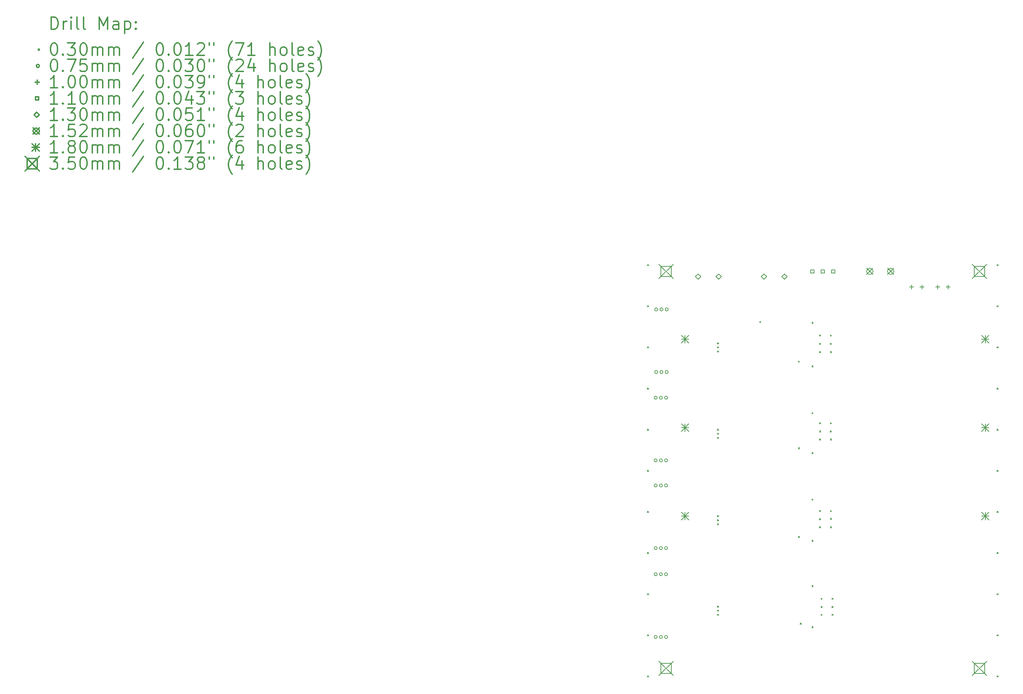
<source format=gbr>
%FSLAX45Y45*%
G04 Gerber Fmt 4.5, Leading zero omitted, Abs format (unit mm)*
G04 Created by KiCad (PCBNEW 5.1.5+dfsg1-2build2) date 2022-06-14 14:00:26*
%MOMM*%
%LPD*%
G04 APERTURE LIST*
%ADD10C,0.200000*%
%ADD11C,0.300000*%
G04 APERTURE END LIST*
D10*
X14785000Y-6185000D02*
X14815000Y-6215000D01*
X14815000Y-6185000D02*
X14785000Y-6215000D01*
X14785000Y-7185000D02*
X14815000Y-7215000D01*
X14815000Y-7185000D02*
X14785000Y-7215000D01*
X14785000Y-8185000D02*
X14815000Y-8215000D01*
X14815000Y-8185000D02*
X14785000Y-8215000D01*
X14785000Y-9185000D02*
X14815000Y-9215000D01*
X14815000Y-9185000D02*
X14785000Y-9215000D01*
X14785000Y-10185000D02*
X14815000Y-10215000D01*
X14815000Y-10185000D02*
X14785000Y-10215000D01*
X14785000Y-11185000D02*
X14815000Y-11215000D01*
X14815000Y-11185000D02*
X14785000Y-11215000D01*
X14785000Y-12185000D02*
X14815000Y-12215000D01*
X14815000Y-12185000D02*
X14785000Y-12215000D01*
X14785000Y-13185000D02*
X14815000Y-13215000D01*
X14815000Y-13185000D02*
X14785000Y-13215000D01*
X14785000Y-14185000D02*
X14815000Y-14215000D01*
X14815000Y-14185000D02*
X14785000Y-14215000D01*
X14785000Y-15185000D02*
X14815000Y-15215000D01*
X14815000Y-15185000D02*
X14785000Y-15215000D01*
X14785000Y-16185000D02*
X14815000Y-16215000D01*
X14815000Y-16185000D02*
X14785000Y-16215000D01*
X16485000Y-8085000D02*
X16515000Y-8115000D01*
X16515000Y-8085000D02*
X16485000Y-8115000D01*
X16485000Y-8185000D02*
X16515000Y-8215000D01*
X16515000Y-8185000D02*
X16485000Y-8215000D01*
X16485000Y-8285000D02*
X16515000Y-8315000D01*
X16515000Y-8285000D02*
X16485000Y-8315000D01*
X16485000Y-10185000D02*
X16515000Y-10215000D01*
X16515000Y-10185000D02*
X16485000Y-10215000D01*
X16485000Y-10285000D02*
X16515000Y-10315000D01*
X16515000Y-10285000D02*
X16485000Y-10315000D01*
X16485000Y-10385000D02*
X16515000Y-10415000D01*
X16515000Y-10385000D02*
X16485000Y-10415000D01*
X16485000Y-12285000D02*
X16515000Y-12315000D01*
X16515000Y-12285000D02*
X16485000Y-12315000D01*
X16485000Y-12385000D02*
X16515000Y-12415000D01*
X16515000Y-12385000D02*
X16485000Y-12415000D01*
X16485000Y-12485000D02*
X16515000Y-12515000D01*
X16515000Y-12485000D02*
X16485000Y-12515000D01*
X16485000Y-14485000D02*
X16515000Y-14515000D01*
X16515000Y-14485000D02*
X16485000Y-14515000D01*
X16485000Y-14585000D02*
X16515000Y-14615000D01*
X16515000Y-14585000D02*
X16485000Y-14615000D01*
X16485000Y-14685000D02*
X16515000Y-14715000D01*
X16515000Y-14685000D02*
X16485000Y-14715000D01*
X17513000Y-7563600D02*
X17543000Y-7593600D01*
X17543000Y-7563600D02*
X17513000Y-7593600D01*
X18452800Y-8528800D02*
X18482800Y-8558800D01*
X18482800Y-8528800D02*
X18452800Y-8558800D01*
X18452800Y-10635400D02*
X18482800Y-10665400D01*
X18482800Y-10635400D02*
X18452800Y-10665400D01*
X18452800Y-12792800D02*
X18482800Y-12822800D01*
X18482800Y-12792800D02*
X18452800Y-12822800D01*
X18502000Y-14899400D02*
X18532000Y-14929400D01*
X18532000Y-14899400D02*
X18502000Y-14929400D01*
X18785000Y-7585000D02*
X18815000Y-7615000D01*
X18815000Y-7585000D02*
X18785000Y-7615000D01*
X18785000Y-8646400D02*
X18815000Y-8676400D01*
X18815000Y-8646400D02*
X18785000Y-8676400D01*
X18785000Y-9785000D02*
X18815000Y-9815000D01*
X18815000Y-9785000D02*
X18785000Y-9815000D01*
X18785000Y-10754600D02*
X18815000Y-10784600D01*
X18815000Y-10754600D02*
X18785000Y-10784600D01*
X18785000Y-11885000D02*
X18815000Y-11915000D01*
X18815000Y-11885000D02*
X18785000Y-11915000D01*
X18785000Y-12885000D02*
X18815000Y-12915000D01*
X18815000Y-12885000D02*
X18785000Y-12915000D01*
X18785000Y-13985000D02*
X18815000Y-14015000D01*
X18815000Y-13985000D02*
X18785000Y-14015000D01*
X18785000Y-14985000D02*
X18815000Y-15015000D01*
X18815000Y-14985000D02*
X18785000Y-15015000D01*
X18965150Y-7897100D02*
X18995150Y-7927100D01*
X18995150Y-7897100D02*
X18965150Y-7927100D01*
X18965150Y-8297150D02*
X18995150Y-8327150D01*
X18995150Y-8297150D02*
X18965150Y-8327150D01*
X18965150Y-10030700D02*
X18995150Y-10060700D01*
X18995150Y-10030700D02*
X18965150Y-10060700D01*
X18965150Y-10424400D02*
X18995150Y-10454400D01*
X18995150Y-10424400D02*
X18965150Y-10454400D01*
X18965150Y-12164300D02*
X18995150Y-12194300D01*
X18995150Y-12164300D02*
X18965150Y-12194300D01*
X18965150Y-12558000D02*
X18995150Y-12588000D01*
X18995150Y-12558000D02*
X18965150Y-12588000D01*
X18965300Y-12361000D02*
X18995300Y-12391000D01*
X18995300Y-12361000D02*
X18965300Y-12391000D01*
X18968200Y-8097000D02*
X18998200Y-8127000D01*
X18998200Y-8097000D02*
X18968200Y-8127000D01*
X18970050Y-10229000D02*
X19000050Y-10259000D01*
X19000050Y-10229000D02*
X18970050Y-10259000D01*
X19003250Y-14297900D02*
X19033250Y-14327900D01*
X19033250Y-14297900D02*
X19003250Y-14327900D01*
X19003250Y-14494750D02*
X19033250Y-14524750D01*
X19033250Y-14494750D02*
X19003250Y-14524750D01*
X19003250Y-14685250D02*
X19033250Y-14715250D01*
X19033250Y-14685250D02*
X19003250Y-14715250D01*
X19228800Y-8097000D02*
X19258800Y-8127000D01*
X19258800Y-8097000D02*
X19228800Y-8127000D01*
X19230400Y-10229000D02*
X19260400Y-10259000D01*
X19260400Y-10229000D02*
X19230400Y-10259000D01*
X19231577Y-12355073D02*
X19261577Y-12385073D01*
X19261577Y-12355073D02*
X19231577Y-12385073D01*
X19231850Y-7897100D02*
X19261850Y-7927100D01*
X19261850Y-7897100D02*
X19231850Y-7927100D01*
X19231850Y-8297150D02*
X19261850Y-8327150D01*
X19261850Y-8297150D02*
X19231850Y-8327150D01*
X19231850Y-10030700D02*
X19261850Y-10060700D01*
X19261850Y-10030700D02*
X19231850Y-10060700D01*
X19231850Y-10424400D02*
X19261850Y-10454400D01*
X19261850Y-10424400D02*
X19231850Y-10454400D01*
X19231850Y-12164300D02*
X19261850Y-12194300D01*
X19261850Y-12164300D02*
X19231850Y-12194300D01*
X19231850Y-12558000D02*
X19261850Y-12588000D01*
X19261850Y-12558000D02*
X19231850Y-12588000D01*
X19269950Y-14297900D02*
X19299950Y-14327900D01*
X19299950Y-14297900D02*
X19269950Y-14327900D01*
X19269950Y-14494750D02*
X19299950Y-14524750D01*
X19299950Y-14494750D02*
X19269950Y-14524750D01*
X19269950Y-14685250D02*
X19299950Y-14715250D01*
X19299950Y-14685250D02*
X19269950Y-14715250D01*
X23285000Y-6185000D02*
X23315000Y-6215000D01*
X23315000Y-6185000D02*
X23285000Y-6215000D01*
X23285000Y-7185000D02*
X23315000Y-7215000D01*
X23315000Y-7185000D02*
X23285000Y-7215000D01*
X23285000Y-8185000D02*
X23315000Y-8215000D01*
X23315000Y-8185000D02*
X23285000Y-8215000D01*
X23285000Y-9185000D02*
X23315000Y-9215000D01*
X23315000Y-9185000D02*
X23285000Y-9215000D01*
X23285000Y-10185000D02*
X23315000Y-10215000D01*
X23315000Y-10185000D02*
X23285000Y-10215000D01*
X23285000Y-11185000D02*
X23315000Y-11215000D01*
X23315000Y-11185000D02*
X23285000Y-11215000D01*
X23285000Y-12185000D02*
X23315000Y-12215000D01*
X23315000Y-12185000D02*
X23285000Y-12215000D01*
X23285000Y-13185000D02*
X23315000Y-13215000D01*
X23315000Y-13185000D02*
X23285000Y-13215000D01*
X23285000Y-14185000D02*
X23315000Y-14215000D01*
X23315000Y-14185000D02*
X23285000Y-14215000D01*
X23285000Y-15185000D02*
X23315000Y-15215000D01*
X23315000Y-15185000D02*
X23285000Y-15215000D01*
X23285000Y-16185000D02*
X23315000Y-16215000D01*
X23315000Y-16185000D02*
X23285000Y-16215000D01*
X15023500Y-9423400D02*
G75*
G03X15023500Y-9423400I-37500J0D01*
G01*
X15150500Y-9423400D02*
G75*
G03X15150500Y-9423400I-37500J0D01*
G01*
X15277500Y-9423400D02*
G75*
G03X15277500Y-9423400I-37500J0D01*
G01*
X15023500Y-11557000D02*
G75*
G03X15023500Y-11557000I-37500J0D01*
G01*
X15150500Y-11557000D02*
G75*
G03X15150500Y-11557000I-37500J0D01*
G01*
X15277500Y-11557000D02*
G75*
G03X15277500Y-11557000I-37500J0D01*
G01*
X15036700Y-7275400D02*
G75*
G03X15036700Y-7275400I-37500J0D01*
G01*
X15163700Y-7275400D02*
G75*
G03X15163700Y-7275400I-37500J0D01*
G01*
X15290700Y-7275400D02*
G75*
G03X15290700Y-7275400I-37500J0D01*
G01*
X15036700Y-8799400D02*
G75*
G03X15036700Y-8799400I-37500J0D01*
G01*
X15163700Y-8799400D02*
G75*
G03X15163700Y-8799400I-37500J0D01*
G01*
X15290700Y-8799400D02*
G75*
G03X15290700Y-8799400I-37500J0D01*
G01*
X15023500Y-13081000D02*
G75*
G03X15023500Y-13081000I-37500J0D01*
G01*
X15150500Y-13081000D02*
G75*
G03X15150500Y-13081000I-37500J0D01*
G01*
X15277500Y-13081000D02*
G75*
G03X15277500Y-13081000I-37500J0D01*
G01*
X15023500Y-15240000D02*
G75*
G03X15023500Y-15240000I-37500J0D01*
G01*
X15150500Y-15240000D02*
G75*
G03X15150500Y-15240000I-37500J0D01*
G01*
X15277500Y-15240000D02*
G75*
G03X15277500Y-15240000I-37500J0D01*
G01*
X15023500Y-13716000D02*
G75*
G03X15023500Y-13716000I-37500J0D01*
G01*
X15150500Y-13716000D02*
G75*
G03X15150500Y-13716000I-37500J0D01*
G01*
X15277500Y-13716000D02*
G75*
G03X15277500Y-13716000I-37500J0D01*
G01*
X15023500Y-10947400D02*
G75*
G03X15023500Y-10947400I-37500J0D01*
G01*
X15150500Y-10947400D02*
G75*
G03X15150500Y-10947400I-37500J0D01*
G01*
X15277500Y-10947400D02*
G75*
G03X15277500Y-10947400I-37500J0D01*
G01*
X21209000Y-6681000D02*
X21209000Y-6781000D01*
X21159000Y-6731000D02*
X21259000Y-6731000D01*
X21463000Y-6681000D02*
X21463000Y-6781000D01*
X21413000Y-6731000D02*
X21513000Y-6731000D01*
X21844000Y-6681000D02*
X21844000Y-6781000D01*
X21794000Y-6731000D02*
X21894000Y-6731000D01*
X22098000Y-6681000D02*
X22098000Y-6781000D01*
X22048000Y-6731000D02*
X22148000Y-6731000D01*
X18834891Y-6388891D02*
X18834891Y-6311109D01*
X18757109Y-6311109D01*
X18757109Y-6388891D01*
X18834891Y-6388891D01*
X19088891Y-6388891D02*
X19088891Y-6311109D01*
X19011109Y-6311109D01*
X19011109Y-6388891D01*
X19088891Y-6388891D01*
X19342891Y-6388891D02*
X19342891Y-6311109D01*
X19265109Y-6311109D01*
X19265109Y-6388891D01*
X19342891Y-6388891D01*
X16018800Y-6542000D02*
X16083800Y-6477000D01*
X16018800Y-6412000D01*
X15953800Y-6477000D01*
X16018800Y-6542000D01*
X16518800Y-6542000D02*
X16583800Y-6477000D01*
X16518800Y-6412000D01*
X16453800Y-6477000D01*
X16518800Y-6542000D01*
X17618800Y-6542000D02*
X17683800Y-6477000D01*
X17618800Y-6412000D01*
X17553800Y-6477000D01*
X17618800Y-6542000D01*
X18118800Y-6542000D02*
X18183800Y-6477000D01*
X18118800Y-6412000D01*
X18053800Y-6477000D01*
X18118800Y-6542000D01*
X20117000Y-6274000D02*
X20269000Y-6426000D01*
X20269000Y-6274000D02*
X20117000Y-6426000D01*
X20269000Y-6350000D02*
G75*
G03X20269000Y-6350000I-76000J0D01*
G01*
X20625000Y-6274000D02*
X20777000Y-6426000D01*
X20777000Y-6274000D02*
X20625000Y-6426000D01*
X20777000Y-6350000D02*
G75*
G03X20777000Y-6350000I-76000J0D01*
G01*
X15610000Y-7910000D02*
X15790000Y-8090000D01*
X15790000Y-7910000D02*
X15610000Y-8090000D01*
X15700000Y-7910000D02*
X15700000Y-8090000D01*
X15610000Y-8000000D02*
X15790000Y-8000000D01*
X22910000Y-7910000D02*
X23090000Y-8090000D01*
X23090000Y-7910000D02*
X22910000Y-8090000D01*
X23000000Y-7910000D02*
X23000000Y-8090000D01*
X22910000Y-8000000D02*
X23090000Y-8000000D01*
X15610000Y-12210000D02*
X15790000Y-12390000D01*
X15790000Y-12210000D02*
X15610000Y-12390000D01*
X15700000Y-12210000D02*
X15700000Y-12390000D01*
X15610000Y-12300000D02*
X15790000Y-12300000D01*
X22910000Y-12210000D02*
X23090000Y-12390000D01*
X23090000Y-12210000D02*
X22910000Y-12390000D01*
X23000000Y-12210000D02*
X23000000Y-12390000D01*
X22910000Y-12300000D02*
X23090000Y-12300000D01*
X15610000Y-10060000D02*
X15790000Y-10240000D01*
X15790000Y-10060000D02*
X15610000Y-10240000D01*
X15700000Y-10060000D02*
X15700000Y-10240000D01*
X15610000Y-10150000D02*
X15790000Y-10150000D01*
X22910000Y-10060000D02*
X23090000Y-10240000D01*
X23090000Y-10060000D02*
X22910000Y-10240000D01*
X23000000Y-10060000D02*
X23000000Y-10240000D01*
X22910000Y-10150000D02*
X23090000Y-10150000D01*
X22685000Y-6175000D02*
X23035000Y-6525000D01*
X23035000Y-6175000D02*
X22685000Y-6525000D01*
X22983745Y-6473745D02*
X22983745Y-6226255D01*
X22736255Y-6226255D01*
X22736255Y-6473745D01*
X22983745Y-6473745D01*
X22685000Y-15827000D02*
X23035000Y-16177000D01*
X23035000Y-15827000D02*
X22685000Y-16177000D01*
X22983745Y-16125745D02*
X22983745Y-15878255D01*
X22736255Y-15878255D01*
X22736255Y-16125745D01*
X22983745Y-16125745D01*
X15065000Y-6175000D02*
X15415000Y-6525000D01*
X15415000Y-6175000D02*
X15065000Y-6525000D01*
X15363745Y-6473745D02*
X15363745Y-6226255D01*
X15116255Y-6226255D01*
X15116255Y-6473745D01*
X15363745Y-6473745D01*
X15065000Y-15827000D02*
X15415000Y-16177000D01*
X15415000Y-15827000D02*
X15065000Y-16177000D01*
X15363745Y-16125745D02*
X15363745Y-15878255D01*
X15116255Y-15878255D01*
X15116255Y-16125745D01*
X15363745Y-16125745D01*
D11*
X286429Y-465714D02*
X286429Y-165714D01*
X357857Y-165714D01*
X400714Y-180000D01*
X429286Y-208571D01*
X443571Y-237143D01*
X457857Y-294286D01*
X457857Y-337143D01*
X443571Y-394286D01*
X429286Y-422857D01*
X400714Y-451428D01*
X357857Y-465714D01*
X286429Y-465714D01*
X586429Y-465714D02*
X586429Y-265714D01*
X586429Y-322857D02*
X600714Y-294286D01*
X615000Y-280000D01*
X643571Y-265714D01*
X672143Y-265714D01*
X772143Y-465714D02*
X772143Y-265714D01*
X772143Y-165714D02*
X757857Y-180000D01*
X772143Y-194286D01*
X786428Y-180000D01*
X772143Y-165714D01*
X772143Y-194286D01*
X957857Y-465714D02*
X929286Y-451428D01*
X915000Y-422857D01*
X915000Y-165714D01*
X1115000Y-465714D02*
X1086429Y-451428D01*
X1072143Y-422857D01*
X1072143Y-165714D01*
X1457857Y-465714D02*
X1457857Y-165714D01*
X1557857Y-380000D01*
X1657857Y-165714D01*
X1657857Y-465714D01*
X1929286Y-465714D02*
X1929286Y-308571D01*
X1915000Y-280000D01*
X1886428Y-265714D01*
X1829286Y-265714D01*
X1800714Y-280000D01*
X1929286Y-451428D02*
X1900714Y-465714D01*
X1829286Y-465714D01*
X1800714Y-451428D01*
X1786428Y-422857D01*
X1786428Y-394286D01*
X1800714Y-365714D01*
X1829286Y-351428D01*
X1900714Y-351428D01*
X1929286Y-337143D01*
X2072143Y-265714D02*
X2072143Y-565714D01*
X2072143Y-280000D02*
X2100714Y-265714D01*
X2157857Y-265714D01*
X2186429Y-280000D01*
X2200714Y-294286D01*
X2215000Y-322857D01*
X2215000Y-408571D01*
X2200714Y-437143D01*
X2186429Y-451428D01*
X2157857Y-465714D01*
X2100714Y-465714D01*
X2072143Y-451428D01*
X2343571Y-437143D02*
X2357857Y-451428D01*
X2343571Y-465714D01*
X2329286Y-451428D01*
X2343571Y-437143D01*
X2343571Y-465714D01*
X2343571Y-280000D02*
X2357857Y-294286D01*
X2343571Y-308571D01*
X2329286Y-294286D01*
X2343571Y-280000D01*
X2343571Y-308571D01*
X-30000Y-945000D02*
X0Y-975000D01*
X0Y-945000D02*
X-30000Y-975000D01*
X343571Y-795714D02*
X372143Y-795714D01*
X400714Y-810000D01*
X415000Y-824286D01*
X429286Y-852857D01*
X443571Y-910000D01*
X443571Y-981428D01*
X429286Y-1038571D01*
X415000Y-1067143D01*
X400714Y-1081429D01*
X372143Y-1095714D01*
X343571Y-1095714D01*
X315000Y-1081429D01*
X300714Y-1067143D01*
X286429Y-1038571D01*
X272143Y-981428D01*
X272143Y-910000D01*
X286429Y-852857D01*
X300714Y-824286D01*
X315000Y-810000D01*
X343571Y-795714D01*
X572143Y-1067143D02*
X586429Y-1081429D01*
X572143Y-1095714D01*
X557857Y-1081429D01*
X572143Y-1067143D01*
X572143Y-1095714D01*
X686429Y-795714D02*
X872143Y-795714D01*
X772143Y-910000D01*
X815000Y-910000D01*
X843571Y-924286D01*
X857857Y-938571D01*
X872143Y-967143D01*
X872143Y-1038571D01*
X857857Y-1067143D01*
X843571Y-1081429D01*
X815000Y-1095714D01*
X729286Y-1095714D01*
X700714Y-1081429D01*
X686429Y-1067143D01*
X1057857Y-795714D02*
X1086429Y-795714D01*
X1115000Y-810000D01*
X1129286Y-824286D01*
X1143571Y-852857D01*
X1157857Y-910000D01*
X1157857Y-981428D01*
X1143571Y-1038571D01*
X1129286Y-1067143D01*
X1115000Y-1081429D01*
X1086429Y-1095714D01*
X1057857Y-1095714D01*
X1029286Y-1081429D01*
X1015000Y-1067143D01*
X1000714Y-1038571D01*
X986428Y-981428D01*
X986428Y-910000D01*
X1000714Y-852857D01*
X1015000Y-824286D01*
X1029286Y-810000D01*
X1057857Y-795714D01*
X1286429Y-1095714D02*
X1286429Y-895714D01*
X1286429Y-924286D02*
X1300714Y-910000D01*
X1329286Y-895714D01*
X1372143Y-895714D01*
X1400714Y-910000D01*
X1415000Y-938571D01*
X1415000Y-1095714D01*
X1415000Y-938571D02*
X1429286Y-910000D01*
X1457857Y-895714D01*
X1500714Y-895714D01*
X1529286Y-910000D01*
X1543571Y-938571D01*
X1543571Y-1095714D01*
X1686428Y-1095714D02*
X1686428Y-895714D01*
X1686428Y-924286D02*
X1700714Y-910000D01*
X1729286Y-895714D01*
X1772143Y-895714D01*
X1800714Y-910000D01*
X1815000Y-938571D01*
X1815000Y-1095714D01*
X1815000Y-938571D02*
X1829286Y-910000D01*
X1857857Y-895714D01*
X1900714Y-895714D01*
X1929286Y-910000D01*
X1943571Y-938571D01*
X1943571Y-1095714D01*
X2529286Y-781428D02*
X2272143Y-1167143D01*
X2915000Y-795714D02*
X2943571Y-795714D01*
X2972143Y-810000D01*
X2986428Y-824286D01*
X3000714Y-852857D01*
X3015000Y-910000D01*
X3015000Y-981428D01*
X3000714Y-1038571D01*
X2986428Y-1067143D01*
X2972143Y-1081429D01*
X2943571Y-1095714D01*
X2915000Y-1095714D01*
X2886428Y-1081429D01*
X2872143Y-1067143D01*
X2857857Y-1038571D01*
X2843571Y-981428D01*
X2843571Y-910000D01*
X2857857Y-852857D01*
X2872143Y-824286D01*
X2886428Y-810000D01*
X2915000Y-795714D01*
X3143571Y-1067143D02*
X3157857Y-1081429D01*
X3143571Y-1095714D01*
X3129286Y-1081429D01*
X3143571Y-1067143D01*
X3143571Y-1095714D01*
X3343571Y-795714D02*
X3372143Y-795714D01*
X3400714Y-810000D01*
X3415000Y-824286D01*
X3429286Y-852857D01*
X3443571Y-910000D01*
X3443571Y-981428D01*
X3429286Y-1038571D01*
X3415000Y-1067143D01*
X3400714Y-1081429D01*
X3372143Y-1095714D01*
X3343571Y-1095714D01*
X3315000Y-1081429D01*
X3300714Y-1067143D01*
X3286428Y-1038571D01*
X3272143Y-981428D01*
X3272143Y-910000D01*
X3286428Y-852857D01*
X3300714Y-824286D01*
X3315000Y-810000D01*
X3343571Y-795714D01*
X3729286Y-1095714D02*
X3557857Y-1095714D01*
X3643571Y-1095714D02*
X3643571Y-795714D01*
X3615000Y-838571D01*
X3586428Y-867143D01*
X3557857Y-881428D01*
X3843571Y-824286D02*
X3857857Y-810000D01*
X3886428Y-795714D01*
X3957857Y-795714D01*
X3986428Y-810000D01*
X4000714Y-824286D01*
X4015000Y-852857D01*
X4015000Y-881428D01*
X4000714Y-924286D01*
X3829286Y-1095714D01*
X4015000Y-1095714D01*
X4129286Y-795714D02*
X4129286Y-852857D01*
X4243571Y-795714D02*
X4243571Y-852857D01*
X4686429Y-1210000D02*
X4672143Y-1195714D01*
X4643571Y-1152857D01*
X4629286Y-1124286D01*
X4615000Y-1081429D01*
X4600714Y-1010000D01*
X4600714Y-952857D01*
X4615000Y-881428D01*
X4629286Y-838571D01*
X4643571Y-810000D01*
X4672143Y-767143D01*
X4686429Y-752857D01*
X4772143Y-795714D02*
X4972143Y-795714D01*
X4843571Y-1095714D01*
X5243571Y-1095714D02*
X5072143Y-1095714D01*
X5157857Y-1095714D02*
X5157857Y-795714D01*
X5129286Y-838571D01*
X5100714Y-867143D01*
X5072143Y-881428D01*
X5600714Y-1095714D02*
X5600714Y-795714D01*
X5729286Y-1095714D02*
X5729286Y-938571D01*
X5715000Y-910000D01*
X5686428Y-895714D01*
X5643571Y-895714D01*
X5615000Y-910000D01*
X5600714Y-924286D01*
X5915000Y-1095714D02*
X5886428Y-1081429D01*
X5872143Y-1067143D01*
X5857857Y-1038571D01*
X5857857Y-952857D01*
X5872143Y-924286D01*
X5886428Y-910000D01*
X5915000Y-895714D01*
X5957857Y-895714D01*
X5986428Y-910000D01*
X6000714Y-924286D01*
X6015000Y-952857D01*
X6015000Y-1038571D01*
X6000714Y-1067143D01*
X5986428Y-1081429D01*
X5957857Y-1095714D01*
X5915000Y-1095714D01*
X6186428Y-1095714D02*
X6157857Y-1081429D01*
X6143571Y-1052857D01*
X6143571Y-795714D01*
X6415000Y-1081429D02*
X6386428Y-1095714D01*
X6329286Y-1095714D01*
X6300714Y-1081429D01*
X6286428Y-1052857D01*
X6286428Y-938571D01*
X6300714Y-910000D01*
X6329286Y-895714D01*
X6386428Y-895714D01*
X6415000Y-910000D01*
X6429286Y-938571D01*
X6429286Y-967143D01*
X6286428Y-995714D01*
X6543571Y-1081429D02*
X6572143Y-1095714D01*
X6629286Y-1095714D01*
X6657857Y-1081429D01*
X6672143Y-1052857D01*
X6672143Y-1038571D01*
X6657857Y-1010000D01*
X6629286Y-995714D01*
X6586428Y-995714D01*
X6557857Y-981428D01*
X6543571Y-952857D01*
X6543571Y-938571D01*
X6557857Y-910000D01*
X6586428Y-895714D01*
X6629286Y-895714D01*
X6657857Y-910000D01*
X6772143Y-1210000D02*
X6786428Y-1195714D01*
X6815000Y-1152857D01*
X6829286Y-1124286D01*
X6843571Y-1081429D01*
X6857857Y-1010000D01*
X6857857Y-952857D01*
X6843571Y-881428D01*
X6829286Y-838571D01*
X6815000Y-810000D01*
X6786428Y-767143D01*
X6772143Y-752857D01*
X0Y-1356000D02*
G75*
G03X0Y-1356000I-37500J0D01*
G01*
X343571Y-1191714D02*
X372143Y-1191714D01*
X400714Y-1206000D01*
X415000Y-1220286D01*
X429286Y-1248857D01*
X443571Y-1306000D01*
X443571Y-1377429D01*
X429286Y-1434571D01*
X415000Y-1463143D01*
X400714Y-1477428D01*
X372143Y-1491714D01*
X343571Y-1491714D01*
X315000Y-1477428D01*
X300714Y-1463143D01*
X286429Y-1434571D01*
X272143Y-1377429D01*
X272143Y-1306000D01*
X286429Y-1248857D01*
X300714Y-1220286D01*
X315000Y-1206000D01*
X343571Y-1191714D01*
X572143Y-1463143D02*
X586429Y-1477428D01*
X572143Y-1491714D01*
X557857Y-1477428D01*
X572143Y-1463143D01*
X572143Y-1491714D01*
X686429Y-1191714D02*
X886428Y-1191714D01*
X757857Y-1491714D01*
X1143571Y-1191714D02*
X1000714Y-1191714D01*
X986428Y-1334571D01*
X1000714Y-1320286D01*
X1029286Y-1306000D01*
X1100714Y-1306000D01*
X1129286Y-1320286D01*
X1143571Y-1334571D01*
X1157857Y-1363143D01*
X1157857Y-1434571D01*
X1143571Y-1463143D01*
X1129286Y-1477428D01*
X1100714Y-1491714D01*
X1029286Y-1491714D01*
X1000714Y-1477428D01*
X986428Y-1463143D01*
X1286429Y-1491714D02*
X1286429Y-1291714D01*
X1286429Y-1320286D02*
X1300714Y-1306000D01*
X1329286Y-1291714D01*
X1372143Y-1291714D01*
X1400714Y-1306000D01*
X1415000Y-1334571D01*
X1415000Y-1491714D01*
X1415000Y-1334571D02*
X1429286Y-1306000D01*
X1457857Y-1291714D01*
X1500714Y-1291714D01*
X1529286Y-1306000D01*
X1543571Y-1334571D01*
X1543571Y-1491714D01*
X1686428Y-1491714D02*
X1686428Y-1291714D01*
X1686428Y-1320286D02*
X1700714Y-1306000D01*
X1729286Y-1291714D01*
X1772143Y-1291714D01*
X1800714Y-1306000D01*
X1815000Y-1334571D01*
X1815000Y-1491714D01*
X1815000Y-1334571D02*
X1829286Y-1306000D01*
X1857857Y-1291714D01*
X1900714Y-1291714D01*
X1929286Y-1306000D01*
X1943571Y-1334571D01*
X1943571Y-1491714D01*
X2529286Y-1177429D02*
X2272143Y-1563143D01*
X2915000Y-1191714D02*
X2943571Y-1191714D01*
X2972143Y-1206000D01*
X2986428Y-1220286D01*
X3000714Y-1248857D01*
X3015000Y-1306000D01*
X3015000Y-1377429D01*
X3000714Y-1434571D01*
X2986428Y-1463143D01*
X2972143Y-1477428D01*
X2943571Y-1491714D01*
X2915000Y-1491714D01*
X2886428Y-1477428D01*
X2872143Y-1463143D01*
X2857857Y-1434571D01*
X2843571Y-1377429D01*
X2843571Y-1306000D01*
X2857857Y-1248857D01*
X2872143Y-1220286D01*
X2886428Y-1206000D01*
X2915000Y-1191714D01*
X3143571Y-1463143D02*
X3157857Y-1477428D01*
X3143571Y-1491714D01*
X3129286Y-1477428D01*
X3143571Y-1463143D01*
X3143571Y-1491714D01*
X3343571Y-1191714D02*
X3372143Y-1191714D01*
X3400714Y-1206000D01*
X3415000Y-1220286D01*
X3429286Y-1248857D01*
X3443571Y-1306000D01*
X3443571Y-1377429D01*
X3429286Y-1434571D01*
X3415000Y-1463143D01*
X3400714Y-1477428D01*
X3372143Y-1491714D01*
X3343571Y-1491714D01*
X3315000Y-1477428D01*
X3300714Y-1463143D01*
X3286428Y-1434571D01*
X3272143Y-1377429D01*
X3272143Y-1306000D01*
X3286428Y-1248857D01*
X3300714Y-1220286D01*
X3315000Y-1206000D01*
X3343571Y-1191714D01*
X3543571Y-1191714D02*
X3729286Y-1191714D01*
X3629286Y-1306000D01*
X3672143Y-1306000D01*
X3700714Y-1320286D01*
X3715000Y-1334571D01*
X3729286Y-1363143D01*
X3729286Y-1434571D01*
X3715000Y-1463143D01*
X3700714Y-1477428D01*
X3672143Y-1491714D01*
X3586428Y-1491714D01*
X3557857Y-1477428D01*
X3543571Y-1463143D01*
X3915000Y-1191714D02*
X3943571Y-1191714D01*
X3972143Y-1206000D01*
X3986428Y-1220286D01*
X4000714Y-1248857D01*
X4015000Y-1306000D01*
X4015000Y-1377429D01*
X4000714Y-1434571D01*
X3986428Y-1463143D01*
X3972143Y-1477428D01*
X3943571Y-1491714D01*
X3915000Y-1491714D01*
X3886428Y-1477428D01*
X3872143Y-1463143D01*
X3857857Y-1434571D01*
X3843571Y-1377429D01*
X3843571Y-1306000D01*
X3857857Y-1248857D01*
X3872143Y-1220286D01*
X3886428Y-1206000D01*
X3915000Y-1191714D01*
X4129286Y-1191714D02*
X4129286Y-1248857D01*
X4243571Y-1191714D02*
X4243571Y-1248857D01*
X4686429Y-1606000D02*
X4672143Y-1591714D01*
X4643571Y-1548857D01*
X4629286Y-1520286D01*
X4615000Y-1477428D01*
X4600714Y-1406000D01*
X4600714Y-1348857D01*
X4615000Y-1277429D01*
X4629286Y-1234571D01*
X4643571Y-1206000D01*
X4672143Y-1163143D01*
X4686429Y-1148857D01*
X4786429Y-1220286D02*
X4800714Y-1206000D01*
X4829286Y-1191714D01*
X4900714Y-1191714D01*
X4929286Y-1206000D01*
X4943571Y-1220286D01*
X4957857Y-1248857D01*
X4957857Y-1277429D01*
X4943571Y-1320286D01*
X4772143Y-1491714D01*
X4957857Y-1491714D01*
X5215000Y-1291714D02*
X5215000Y-1491714D01*
X5143571Y-1177429D02*
X5072143Y-1391714D01*
X5257857Y-1391714D01*
X5600714Y-1491714D02*
X5600714Y-1191714D01*
X5729286Y-1491714D02*
X5729286Y-1334571D01*
X5715000Y-1306000D01*
X5686428Y-1291714D01*
X5643571Y-1291714D01*
X5615000Y-1306000D01*
X5600714Y-1320286D01*
X5915000Y-1491714D02*
X5886428Y-1477428D01*
X5872143Y-1463143D01*
X5857857Y-1434571D01*
X5857857Y-1348857D01*
X5872143Y-1320286D01*
X5886428Y-1306000D01*
X5915000Y-1291714D01*
X5957857Y-1291714D01*
X5986428Y-1306000D01*
X6000714Y-1320286D01*
X6015000Y-1348857D01*
X6015000Y-1434571D01*
X6000714Y-1463143D01*
X5986428Y-1477428D01*
X5957857Y-1491714D01*
X5915000Y-1491714D01*
X6186428Y-1491714D02*
X6157857Y-1477428D01*
X6143571Y-1448857D01*
X6143571Y-1191714D01*
X6415000Y-1477428D02*
X6386428Y-1491714D01*
X6329286Y-1491714D01*
X6300714Y-1477428D01*
X6286428Y-1448857D01*
X6286428Y-1334571D01*
X6300714Y-1306000D01*
X6329286Y-1291714D01*
X6386428Y-1291714D01*
X6415000Y-1306000D01*
X6429286Y-1334571D01*
X6429286Y-1363143D01*
X6286428Y-1391714D01*
X6543571Y-1477428D02*
X6572143Y-1491714D01*
X6629286Y-1491714D01*
X6657857Y-1477428D01*
X6672143Y-1448857D01*
X6672143Y-1434571D01*
X6657857Y-1406000D01*
X6629286Y-1391714D01*
X6586428Y-1391714D01*
X6557857Y-1377429D01*
X6543571Y-1348857D01*
X6543571Y-1334571D01*
X6557857Y-1306000D01*
X6586428Y-1291714D01*
X6629286Y-1291714D01*
X6657857Y-1306000D01*
X6772143Y-1606000D02*
X6786428Y-1591714D01*
X6815000Y-1548857D01*
X6829286Y-1520286D01*
X6843571Y-1477428D01*
X6857857Y-1406000D01*
X6857857Y-1348857D01*
X6843571Y-1277429D01*
X6829286Y-1234571D01*
X6815000Y-1206000D01*
X6786428Y-1163143D01*
X6772143Y-1148857D01*
X-50000Y-1702000D02*
X-50000Y-1802000D01*
X-100000Y-1752000D02*
X0Y-1752000D01*
X443571Y-1887714D02*
X272143Y-1887714D01*
X357857Y-1887714D02*
X357857Y-1587714D01*
X329286Y-1630571D01*
X300714Y-1659143D01*
X272143Y-1673428D01*
X572143Y-1859143D02*
X586429Y-1873428D01*
X572143Y-1887714D01*
X557857Y-1873428D01*
X572143Y-1859143D01*
X572143Y-1887714D01*
X772143Y-1587714D02*
X800714Y-1587714D01*
X829286Y-1602000D01*
X843571Y-1616286D01*
X857857Y-1644857D01*
X872143Y-1702000D01*
X872143Y-1773428D01*
X857857Y-1830571D01*
X843571Y-1859143D01*
X829286Y-1873428D01*
X800714Y-1887714D01*
X772143Y-1887714D01*
X743571Y-1873428D01*
X729286Y-1859143D01*
X715000Y-1830571D01*
X700714Y-1773428D01*
X700714Y-1702000D01*
X715000Y-1644857D01*
X729286Y-1616286D01*
X743571Y-1602000D01*
X772143Y-1587714D01*
X1057857Y-1587714D02*
X1086429Y-1587714D01*
X1115000Y-1602000D01*
X1129286Y-1616286D01*
X1143571Y-1644857D01*
X1157857Y-1702000D01*
X1157857Y-1773428D01*
X1143571Y-1830571D01*
X1129286Y-1859143D01*
X1115000Y-1873428D01*
X1086429Y-1887714D01*
X1057857Y-1887714D01*
X1029286Y-1873428D01*
X1015000Y-1859143D01*
X1000714Y-1830571D01*
X986428Y-1773428D01*
X986428Y-1702000D01*
X1000714Y-1644857D01*
X1015000Y-1616286D01*
X1029286Y-1602000D01*
X1057857Y-1587714D01*
X1286429Y-1887714D02*
X1286429Y-1687714D01*
X1286429Y-1716286D02*
X1300714Y-1702000D01*
X1329286Y-1687714D01*
X1372143Y-1687714D01*
X1400714Y-1702000D01*
X1415000Y-1730571D01*
X1415000Y-1887714D01*
X1415000Y-1730571D02*
X1429286Y-1702000D01*
X1457857Y-1687714D01*
X1500714Y-1687714D01*
X1529286Y-1702000D01*
X1543571Y-1730571D01*
X1543571Y-1887714D01*
X1686428Y-1887714D02*
X1686428Y-1687714D01*
X1686428Y-1716286D02*
X1700714Y-1702000D01*
X1729286Y-1687714D01*
X1772143Y-1687714D01*
X1800714Y-1702000D01*
X1815000Y-1730571D01*
X1815000Y-1887714D01*
X1815000Y-1730571D02*
X1829286Y-1702000D01*
X1857857Y-1687714D01*
X1900714Y-1687714D01*
X1929286Y-1702000D01*
X1943571Y-1730571D01*
X1943571Y-1887714D01*
X2529286Y-1573428D02*
X2272143Y-1959143D01*
X2915000Y-1587714D02*
X2943571Y-1587714D01*
X2972143Y-1602000D01*
X2986428Y-1616286D01*
X3000714Y-1644857D01*
X3015000Y-1702000D01*
X3015000Y-1773428D01*
X3000714Y-1830571D01*
X2986428Y-1859143D01*
X2972143Y-1873428D01*
X2943571Y-1887714D01*
X2915000Y-1887714D01*
X2886428Y-1873428D01*
X2872143Y-1859143D01*
X2857857Y-1830571D01*
X2843571Y-1773428D01*
X2843571Y-1702000D01*
X2857857Y-1644857D01*
X2872143Y-1616286D01*
X2886428Y-1602000D01*
X2915000Y-1587714D01*
X3143571Y-1859143D02*
X3157857Y-1873428D01*
X3143571Y-1887714D01*
X3129286Y-1873428D01*
X3143571Y-1859143D01*
X3143571Y-1887714D01*
X3343571Y-1587714D02*
X3372143Y-1587714D01*
X3400714Y-1602000D01*
X3415000Y-1616286D01*
X3429286Y-1644857D01*
X3443571Y-1702000D01*
X3443571Y-1773428D01*
X3429286Y-1830571D01*
X3415000Y-1859143D01*
X3400714Y-1873428D01*
X3372143Y-1887714D01*
X3343571Y-1887714D01*
X3315000Y-1873428D01*
X3300714Y-1859143D01*
X3286428Y-1830571D01*
X3272143Y-1773428D01*
X3272143Y-1702000D01*
X3286428Y-1644857D01*
X3300714Y-1616286D01*
X3315000Y-1602000D01*
X3343571Y-1587714D01*
X3543571Y-1587714D02*
X3729286Y-1587714D01*
X3629286Y-1702000D01*
X3672143Y-1702000D01*
X3700714Y-1716286D01*
X3715000Y-1730571D01*
X3729286Y-1759143D01*
X3729286Y-1830571D01*
X3715000Y-1859143D01*
X3700714Y-1873428D01*
X3672143Y-1887714D01*
X3586428Y-1887714D01*
X3557857Y-1873428D01*
X3543571Y-1859143D01*
X3872143Y-1887714D02*
X3929286Y-1887714D01*
X3957857Y-1873428D01*
X3972143Y-1859143D01*
X4000714Y-1816286D01*
X4015000Y-1759143D01*
X4015000Y-1644857D01*
X4000714Y-1616286D01*
X3986428Y-1602000D01*
X3957857Y-1587714D01*
X3900714Y-1587714D01*
X3872143Y-1602000D01*
X3857857Y-1616286D01*
X3843571Y-1644857D01*
X3843571Y-1716286D01*
X3857857Y-1744857D01*
X3872143Y-1759143D01*
X3900714Y-1773428D01*
X3957857Y-1773428D01*
X3986428Y-1759143D01*
X4000714Y-1744857D01*
X4015000Y-1716286D01*
X4129286Y-1587714D02*
X4129286Y-1644857D01*
X4243571Y-1587714D02*
X4243571Y-1644857D01*
X4686429Y-2002000D02*
X4672143Y-1987714D01*
X4643571Y-1944857D01*
X4629286Y-1916286D01*
X4615000Y-1873428D01*
X4600714Y-1802000D01*
X4600714Y-1744857D01*
X4615000Y-1673428D01*
X4629286Y-1630571D01*
X4643571Y-1602000D01*
X4672143Y-1559143D01*
X4686429Y-1544857D01*
X4929286Y-1687714D02*
X4929286Y-1887714D01*
X4857857Y-1573428D02*
X4786429Y-1787714D01*
X4972143Y-1787714D01*
X5315000Y-1887714D02*
X5315000Y-1587714D01*
X5443571Y-1887714D02*
X5443571Y-1730571D01*
X5429286Y-1702000D01*
X5400714Y-1687714D01*
X5357857Y-1687714D01*
X5329286Y-1702000D01*
X5315000Y-1716286D01*
X5629286Y-1887714D02*
X5600714Y-1873428D01*
X5586429Y-1859143D01*
X5572143Y-1830571D01*
X5572143Y-1744857D01*
X5586429Y-1716286D01*
X5600714Y-1702000D01*
X5629286Y-1687714D01*
X5672143Y-1687714D01*
X5700714Y-1702000D01*
X5715000Y-1716286D01*
X5729286Y-1744857D01*
X5729286Y-1830571D01*
X5715000Y-1859143D01*
X5700714Y-1873428D01*
X5672143Y-1887714D01*
X5629286Y-1887714D01*
X5900714Y-1887714D02*
X5872143Y-1873428D01*
X5857857Y-1844857D01*
X5857857Y-1587714D01*
X6129286Y-1873428D02*
X6100714Y-1887714D01*
X6043571Y-1887714D01*
X6015000Y-1873428D01*
X6000714Y-1844857D01*
X6000714Y-1730571D01*
X6015000Y-1702000D01*
X6043571Y-1687714D01*
X6100714Y-1687714D01*
X6129286Y-1702000D01*
X6143571Y-1730571D01*
X6143571Y-1759143D01*
X6000714Y-1787714D01*
X6257857Y-1873428D02*
X6286428Y-1887714D01*
X6343571Y-1887714D01*
X6372143Y-1873428D01*
X6386428Y-1844857D01*
X6386428Y-1830571D01*
X6372143Y-1802000D01*
X6343571Y-1787714D01*
X6300714Y-1787714D01*
X6272143Y-1773428D01*
X6257857Y-1744857D01*
X6257857Y-1730571D01*
X6272143Y-1702000D01*
X6300714Y-1687714D01*
X6343571Y-1687714D01*
X6372143Y-1702000D01*
X6486428Y-2002000D02*
X6500714Y-1987714D01*
X6529286Y-1944857D01*
X6543571Y-1916286D01*
X6557857Y-1873428D01*
X6572143Y-1802000D01*
X6572143Y-1744857D01*
X6557857Y-1673428D01*
X6543571Y-1630571D01*
X6529286Y-1602000D01*
X6500714Y-1559143D01*
X6486428Y-1544857D01*
X-16109Y-2186891D02*
X-16109Y-2109109D01*
X-93891Y-2109109D01*
X-93891Y-2186891D01*
X-16109Y-2186891D01*
X443571Y-2283714D02*
X272143Y-2283714D01*
X357857Y-2283714D02*
X357857Y-1983714D01*
X329286Y-2026571D01*
X300714Y-2055143D01*
X272143Y-2069428D01*
X572143Y-2255143D02*
X586429Y-2269429D01*
X572143Y-2283714D01*
X557857Y-2269429D01*
X572143Y-2255143D01*
X572143Y-2283714D01*
X872143Y-2283714D02*
X700714Y-2283714D01*
X786428Y-2283714D02*
X786428Y-1983714D01*
X757857Y-2026571D01*
X729286Y-2055143D01*
X700714Y-2069428D01*
X1057857Y-1983714D02*
X1086429Y-1983714D01*
X1115000Y-1998000D01*
X1129286Y-2012286D01*
X1143571Y-2040857D01*
X1157857Y-2098000D01*
X1157857Y-2169429D01*
X1143571Y-2226571D01*
X1129286Y-2255143D01*
X1115000Y-2269429D01*
X1086429Y-2283714D01*
X1057857Y-2283714D01*
X1029286Y-2269429D01*
X1015000Y-2255143D01*
X1000714Y-2226571D01*
X986428Y-2169429D01*
X986428Y-2098000D01*
X1000714Y-2040857D01*
X1015000Y-2012286D01*
X1029286Y-1998000D01*
X1057857Y-1983714D01*
X1286429Y-2283714D02*
X1286429Y-2083714D01*
X1286429Y-2112286D02*
X1300714Y-2098000D01*
X1329286Y-2083714D01*
X1372143Y-2083714D01*
X1400714Y-2098000D01*
X1415000Y-2126571D01*
X1415000Y-2283714D01*
X1415000Y-2126571D02*
X1429286Y-2098000D01*
X1457857Y-2083714D01*
X1500714Y-2083714D01*
X1529286Y-2098000D01*
X1543571Y-2126571D01*
X1543571Y-2283714D01*
X1686428Y-2283714D02*
X1686428Y-2083714D01*
X1686428Y-2112286D02*
X1700714Y-2098000D01*
X1729286Y-2083714D01*
X1772143Y-2083714D01*
X1800714Y-2098000D01*
X1815000Y-2126571D01*
X1815000Y-2283714D01*
X1815000Y-2126571D02*
X1829286Y-2098000D01*
X1857857Y-2083714D01*
X1900714Y-2083714D01*
X1929286Y-2098000D01*
X1943571Y-2126571D01*
X1943571Y-2283714D01*
X2529286Y-1969428D02*
X2272143Y-2355143D01*
X2915000Y-1983714D02*
X2943571Y-1983714D01*
X2972143Y-1998000D01*
X2986428Y-2012286D01*
X3000714Y-2040857D01*
X3015000Y-2098000D01*
X3015000Y-2169429D01*
X3000714Y-2226571D01*
X2986428Y-2255143D01*
X2972143Y-2269429D01*
X2943571Y-2283714D01*
X2915000Y-2283714D01*
X2886428Y-2269429D01*
X2872143Y-2255143D01*
X2857857Y-2226571D01*
X2843571Y-2169429D01*
X2843571Y-2098000D01*
X2857857Y-2040857D01*
X2872143Y-2012286D01*
X2886428Y-1998000D01*
X2915000Y-1983714D01*
X3143571Y-2255143D02*
X3157857Y-2269429D01*
X3143571Y-2283714D01*
X3129286Y-2269429D01*
X3143571Y-2255143D01*
X3143571Y-2283714D01*
X3343571Y-1983714D02*
X3372143Y-1983714D01*
X3400714Y-1998000D01*
X3415000Y-2012286D01*
X3429286Y-2040857D01*
X3443571Y-2098000D01*
X3443571Y-2169429D01*
X3429286Y-2226571D01*
X3415000Y-2255143D01*
X3400714Y-2269429D01*
X3372143Y-2283714D01*
X3343571Y-2283714D01*
X3315000Y-2269429D01*
X3300714Y-2255143D01*
X3286428Y-2226571D01*
X3272143Y-2169429D01*
X3272143Y-2098000D01*
X3286428Y-2040857D01*
X3300714Y-2012286D01*
X3315000Y-1998000D01*
X3343571Y-1983714D01*
X3700714Y-2083714D02*
X3700714Y-2283714D01*
X3629286Y-1969428D02*
X3557857Y-2183714D01*
X3743571Y-2183714D01*
X3829286Y-1983714D02*
X4015000Y-1983714D01*
X3915000Y-2098000D01*
X3957857Y-2098000D01*
X3986428Y-2112286D01*
X4000714Y-2126571D01*
X4015000Y-2155143D01*
X4015000Y-2226571D01*
X4000714Y-2255143D01*
X3986428Y-2269429D01*
X3957857Y-2283714D01*
X3872143Y-2283714D01*
X3843571Y-2269429D01*
X3829286Y-2255143D01*
X4129286Y-1983714D02*
X4129286Y-2040857D01*
X4243571Y-1983714D02*
X4243571Y-2040857D01*
X4686429Y-2398000D02*
X4672143Y-2383714D01*
X4643571Y-2340857D01*
X4629286Y-2312286D01*
X4615000Y-2269429D01*
X4600714Y-2198000D01*
X4600714Y-2140857D01*
X4615000Y-2069428D01*
X4629286Y-2026571D01*
X4643571Y-1998000D01*
X4672143Y-1955143D01*
X4686429Y-1940857D01*
X4772143Y-1983714D02*
X4957857Y-1983714D01*
X4857857Y-2098000D01*
X4900714Y-2098000D01*
X4929286Y-2112286D01*
X4943571Y-2126571D01*
X4957857Y-2155143D01*
X4957857Y-2226571D01*
X4943571Y-2255143D01*
X4929286Y-2269429D01*
X4900714Y-2283714D01*
X4815000Y-2283714D01*
X4786429Y-2269429D01*
X4772143Y-2255143D01*
X5315000Y-2283714D02*
X5315000Y-1983714D01*
X5443571Y-2283714D02*
X5443571Y-2126571D01*
X5429286Y-2098000D01*
X5400714Y-2083714D01*
X5357857Y-2083714D01*
X5329286Y-2098000D01*
X5315000Y-2112286D01*
X5629286Y-2283714D02*
X5600714Y-2269429D01*
X5586429Y-2255143D01*
X5572143Y-2226571D01*
X5572143Y-2140857D01*
X5586429Y-2112286D01*
X5600714Y-2098000D01*
X5629286Y-2083714D01*
X5672143Y-2083714D01*
X5700714Y-2098000D01*
X5715000Y-2112286D01*
X5729286Y-2140857D01*
X5729286Y-2226571D01*
X5715000Y-2255143D01*
X5700714Y-2269429D01*
X5672143Y-2283714D01*
X5629286Y-2283714D01*
X5900714Y-2283714D02*
X5872143Y-2269429D01*
X5857857Y-2240857D01*
X5857857Y-1983714D01*
X6129286Y-2269429D02*
X6100714Y-2283714D01*
X6043571Y-2283714D01*
X6015000Y-2269429D01*
X6000714Y-2240857D01*
X6000714Y-2126571D01*
X6015000Y-2098000D01*
X6043571Y-2083714D01*
X6100714Y-2083714D01*
X6129286Y-2098000D01*
X6143571Y-2126571D01*
X6143571Y-2155143D01*
X6000714Y-2183714D01*
X6257857Y-2269429D02*
X6286428Y-2283714D01*
X6343571Y-2283714D01*
X6372143Y-2269429D01*
X6386428Y-2240857D01*
X6386428Y-2226571D01*
X6372143Y-2198000D01*
X6343571Y-2183714D01*
X6300714Y-2183714D01*
X6272143Y-2169429D01*
X6257857Y-2140857D01*
X6257857Y-2126571D01*
X6272143Y-2098000D01*
X6300714Y-2083714D01*
X6343571Y-2083714D01*
X6372143Y-2098000D01*
X6486428Y-2398000D02*
X6500714Y-2383714D01*
X6529286Y-2340857D01*
X6543571Y-2312286D01*
X6557857Y-2269429D01*
X6572143Y-2198000D01*
X6572143Y-2140857D01*
X6557857Y-2069428D01*
X6543571Y-2026571D01*
X6529286Y-1998000D01*
X6500714Y-1955143D01*
X6486428Y-1940857D01*
X-65000Y-2609000D02*
X0Y-2544000D01*
X-65000Y-2479000D01*
X-130000Y-2544000D01*
X-65000Y-2609000D01*
X443571Y-2679714D02*
X272143Y-2679714D01*
X357857Y-2679714D02*
X357857Y-2379714D01*
X329286Y-2422571D01*
X300714Y-2451143D01*
X272143Y-2465429D01*
X572143Y-2651143D02*
X586429Y-2665429D01*
X572143Y-2679714D01*
X557857Y-2665429D01*
X572143Y-2651143D01*
X572143Y-2679714D01*
X686429Y-2379714D02*
X872143Y-2379714D01*
X772143Y-2494000D01*
X815000Y-2494000D01*
X843571Y-2508286D01*
X857857Y-2522571D01*
X872143Y-2551143D01*
X872143Y-2622571D01*
X857857Y-2651143D01*
X843571Y-2665429D01*
X815000Y-2679714D01*
X729286Y-2679714D01*
X700714Y-2665429D01*
X686429Y-2651143D01*
X1057857Y-2379714D02*
X1086429Y-2379714D01*
X1115000Y-2394000D01*
X1129286Y-2408286D01*
X1143571Y-2436857D01*
X1157857Y-2494000D01*
X1157857Y-2565429D01*
X1143571Y-2622571D01*
X1129286Y-2651143D01*
X1115000Y-2665429D01*
X1086429Y-2679714D01*
X1057857Y-2679714D01*
X1029286Y-2665429D01*
X1015000Y-2651143D01*
X1000714Y-2622571D01*
X986428Y-2565429D01*
X986428Y-2494000D01*
X1000714Y-2436857D01*
X1015000Y-2408286D01*
X1029286Y-2394000D01*
X1057857Y-2379714D01*
X1286429Y-2679714D02*
X1286429Y-2479714D01*
X1286429Y-2508286D02*
X1300714Y-2494000D01*
X1329286Y-2479714D01*
X1372143Y-2479714D01*
X1400714Y-2494000D01*
X1415000Y-2522571D01*
X1415000Y-2679714D01*
X1415000Y-2522571D02*
X1429286Y-2494000D01*
X1457857Y-2479714D01*
X1500714Y-2479714D01*
X1529286Y-2494000D01*
X1543571Y-2522571D01*
X1543571Y-2679714D01*
X1686428Y-2679714D02*
X1686428Y-2479714D01*
X1686428Y-2508286D02*
X1700714Y-2494000D01*
X1729286Y-2479714D01*
X1772143Y-2479714D01*
X1800714Y-2494000D01*
X1815000Y-2522571D01*
X1815000Y-2679714D01*
X1815000Y-2522571D02*
X1829286Y-2494000D01*
X1857857Y-2479714D01*
X1900714Y-2479714D01*
X1929286Y-2494000D01*
X1943571Y-2522571D01*
X1943571Y-2679714D01*
X2529286Y-2365429D02*
X2272143Y-2751143D01*
X2915000Y-2379714D02*
X2943571Y-2379714D01*
X2972143Y-2394000D01*
X2986428Y-2408286D01*
X3000714Y-2436857D01*
X3015000Y-2494000D01*
X3015000Y-2565429D01*
X3000714Y-2622571D01*
X2986428Y-2651143D01*
X2972143Y-2665429D01*
X2943571Y-2679714D01*
X2915000Y-2679714D01*
X2886428Y-2665429D01*
X2872143Y-2651143D01*
X2857857Y-2622571D01*
X2843571Y-2565429D01*
X2843571Y-2494000D01*
X2857857Y-2436857D01*
X2872143Y-2408286D01*
X2886428Y-2394000D01*
X2915000Y-2379714D01*
X3143571Y-2651143D02*
X3157857Y-2665429D01*
X3143571Y-2679714D01*
X3129286Y-2665429D01*
X3143571Y-2651143D01*
X3143571Y-2679714D01*
X3343571Y-2379714D02*
X3372143Y-2379714D01*
X3400714Y-2394000D01*
X3415000Y-2408286D01*
X3429286Y-2436857D01*
X3443571Y-2494000D01*
X3443571Y-2565429D01*
X3429286Y-2622571D01*
X3415000Y-2651143D01*
X3400714Y-2665429D01*
X3372143Y-2679714D01*
X3343571Y-2679714D01*
X3315000Y-2665429D01*
X3300714Y-2651143D01*
X3286428Y-2622571D01*
X3272143Y-2565429D01*
X3272143Y-2494000D01*
X3286428Y-2436857D01*
X3300714Y-2408286D01*
X3315000Y-2394000D01*
X3343571Y-2379714D01*
X3715000Y-2379714D02*
X3572143Y-2379714D01*
X3557857Y-2522571D01*
X3572143Y-2508286D01*
X3600714Y-2494000D01*
X3672143Y-2494000D01*
X3700714Y-2508286D01*
X3715000Y-2522571D01*
X3729286Y-2551143D01*
X3729286Y-2622571D01*
X3715000Y-2651143D01*
X3700714Y-2665429D01*
X3672143Y-2679714D01*
X3600714Y-2679714D01*
X3572143Y-2665429D01*
X3557857Y-2651143D01*
X4015000Y-2679714D02*
X3843571Y-2679714D01*
X3929286Y-2679714D02*
X3929286Y-2379714D01*
X3900714Y-2422571D01*
X3872143Y-2451143D01*
X3843571Y-2465429D01*
X4129286Y-2379714D02*
X4129286Y-2436857D01*
X4243571Y-2379714D02*
X4243571Y-2436857D01*
X4686429Y-2794000D02*
X4672143Y-2779714D01*
X4643571Y-2736857D01*
X4629286Y-2708286D01*
X4615000Y-2665429D01*
X4600714Y-2594000D01*
X4600714Y-2536857D01*
X4615000Y-2465429D01*
X4629286Y-2422571D01*
X4643571Y-2394000D01*
X4672143Y-2351143D01*
X4686429Y-2336857D01*
X4929286Y-2479714D02*
X4929286Y-2679714D01*
X4857857Y-2365429D02*
X4786429Y-2579714D01*
X4972143Y-2579714D01*
X5315000Y-2679714D02*
X5315000Y-2379714D01*
X5443571Y-2679714D02*
X5443571Y-2522571D01*
X5429286Y-2494000D01*
X5400714Y-2479714D01*
X5357857Y-2479714D01*
X5329286Y-2494000D01*
X5315000Y-2508286D01*
X5629286Y-2679714D02*
X5600714Y-2665429D01*
X5586429Y-2651143D01*
X5572143Y-2622571D01*
X5572143Y-2536857D01*
X5586429Y-2508286D01*
X5600714Y-2494000D01*
X5629286Y-2479714D01*
X5672143Y-2479714D01*
X5700714Y-2494000D01*
X5715000Y-2508286D01*
X5729286Y-2536857D01*
X5729286Y-2622571D01*
X5715000Y-2651143D01*
X5700714Y-2665429D01*
X5672143Y-2679714D01*
X5629286Y-2679714D01*
X5900714Y-2679714D02*
X5872143Y-2665429D01*
X5857857Y-2636857D01*
X5857857Y-2379714D01*
X6129286Y-2665429D02*
X6100714Y-2679714D01*
X6043571Y-2679714D01*
X6015000Y-2665429D01*
X6000714Y-2636857D01*
X6000714Y-2522571D01*
X6015000Y-2494000D01*
X6043571Y-2479714D01*
X6100714Y-2479714D01*
X6129286Y-2494000D01*
X6143571Y-2522571D01*
X6143571Y-2551143D01*
X6000714Y-2579714D01*
X6257857Y-2665429D02*
X6286428Y-2679714D01*
X6343571Y-2679714D01*
X6372143Y-2665429D01*
X6386428Y-2636857D01*
X6386428Y-2622571D01*
X6372143Y-2594000D01*
X6343571Y-2579714D01*
X6300714Y-2579714D01*
X6272143Y-2565429D01*
X6257857Y-2536857D01*
X6257857Y-2522571D01*
X6272143Y-2494000D01*
X6300714Y-2479714D01*
X6343571Y-2479714D01*
X6372143Y-2494000D01*
X6486428Y-2794000D02*
X6500714Y-2779714D01*
X6529286Y-2736857D01*
X6543571Y-2708286D01*
X6557857Y-2665429D01*
X6572143Y-2594000D01*
X6572143Y-2536857D01*
X6557857Y-2465429D01*
X6543571Y-2422571D01*
X6529286Y-2394000D01*
X6500714Y-2351143D01*
X6486428Y-2336857D01*
X-152000Y-2864000D02*
X0Y-3016000D01*
X0Y-2864000D02*
X-152000Y-3016000D01*
X0Y-2940000D02*
G75*
G03X0Y-2940000I-76000J0D01*
G01*
X443571Y-3075714D02*
X272143Y-3075714D01*
X357857Y-3075714D02*
X357857Y-2775714D01*
X329286Y-2818571D01*
X300714Y-2847143D01*
X272143Y-2861428D01*
X572143Y-3047143D02*
X586429Y-3061428D01*
X572143Y-3075714D01*
X557857Y-3061428D01*
X572143Y-3047143D01*
X572143Y-3075714D01*
X857857Y-2775714D02*
X715000Y-2775714D01*
X700714Y-2918571D01*
X715000Y-2904286D01*
X743571Y-2890000D01*
X815000Y-2890000D01*
X843571Y-2904286D01*
X857857Y-2918571D01*
X872143Y-2947143D01*
X872143Y-3018571D01*
X857857Y-3047143D01*
X843571Y-3061428D01*
X815000Y-3075714D01*
X743571Y-3075714D01*
X715000Y-3061428D01*
X700714Y-3047143D01*
X986428Y-2804286D02*
X1000714Y-2790000D01*
X1029286Y-2775714D01*
X1100714Y-2775714D01*
X1129286Y-2790000D01*
X1143571Y-2804286D01*
X1157857Y-2832857D01*
X1157857Y-2861428D01*
X1143571Y-2904286D01*
X972143Y-3075714D01*
X1157857Y-3075714D01*
X1286429Y-3075714D02*
X1286429Y-2875714D01*
X1286429Y-2904286D02*
X1300714Y-2890000D01*
X1329286Y-2875714D01*
X1372143Y-2875714D01*
X1400714Y-2890000D01*
X1415000Y-2918571D01*
X1415000Y-3075714D01*
X1415000Y-2918571D02*
X1429286Y-2890000D01*
X1457857Y-2875714D01*
X1500714Y-2875714D01*
X1529286Y-2890000D01*
X1543571Y-2918571D01*
X1543571Y-3075714D01*
X1686428Y-3075714D02*
X1686428Y-2875714D01*
X1686428Y-2904286D02*
X1700714Y-2890000D01*
X1729286Y-2875714D01*
X1772143Y-2875714D01*
X1800714Y-2890000D01*
X1815000Y-2918571D01*
X1815000Y-3075714D01*
X1815000Y-2918571D02*
X1829286Y-2890000D01*
X1857857Y-2875714D01*
X1900714Y-2875714D01*
X1929286Y-2890000D01*
X1943571Y-2918571D01*
X1943571Y-3075714D01*
X2529286Y-2761429D02*
X2272143Y-3147143D01*
X2915000Y-2775714D02*
X2943571Y-2775714D01*
X2972143Y-2790000D01*
X2986428Y-2804286D01*
X3000714Y-2832857D01*
X3015000Y-2890000D01*
X3015000Y-2961428D01*
X3000714Y-3018571D01*
X2986428Y-3047143D01*
X2972143Y-3061428D01*
X2943571Y-3075714D01*
X2915000Y-3075714D01*
X2886428Y-3061428D01*
X2872143Y-3047143D01*
X2857857Y-3018571D01*
X2843571Y-2961428D01*
X2843571Y-2890000D01*
X2857857Y-2832857D01*
X2872143Y-2804286D01*
X2886428Y-2790000D01*
X2915000Y-2775714D01*
X3143571Y-3047143D02*
X3157857Y-3061428D01*
X3143571Y-3075714D01*
X3129286Y-3061428D01*
X3143571Y-3047143D01*
X3143571Y-3075714D01*
X3343571Y-2775714D02*
X3372143Y-2775714D01*
X3400714Y-2790000D01*
X3415000Y-2804286D01*
X3429286Y-2832857D01*
X3443571Y-2890000D01*
X3443571Y-2961428D01*
X3429286Y-3018571D01*
X3415000Y-3047143D01*
X3400714Y-3061428D01*
X3372143Y-3075714D01*
X3343571Y-3075714D01*
X3315000Y-3061428D01*
X3300714Y-3047143D01*
X3286428Y-3018571D01*
X3272143Y-2961428D01*
X3272143Y-2890000D01*
X3286428Y-2832857D01*
X3300714Y-2804286D01*
X3315000Y-2790000D01*
X3343571Y-2775714D01*
X3700714Y-2775714D02*
X3643571Y-2775714D01*
X3615000Y-2790000D01*
X3600714Y-2804286D01*
X3572143Y-2847143D01*
X3557857Y-2904286D01*
X3557857Y-3018571D01*
X3572143Y-3047143D01*
X3586428Y-3061428D01*
X3615000Y-3075714D01*
X3672143Y-3075714D01*
X3700714Y-3061428D01*
X3715000Y-3047143D01*
X3729286Y-3018571D01*
X3729286Y-2947143D01*
X3715000Y-2918571D01*
X3700714Y-2904286D01*
X3672143Y-2890000D01*
X3615000Y-2890000D01*
X3586428Y-2904286D01*
X3572143Y-2918571D01*
X3557857Y-2947143D01*
X3915000Y-2775714D02*
X3943571Y-2775714D01*
X3972143Y-2790000D01*
X3986428Y-2804286D01*
X4000714Y-2832857D01*
X4015000Y-2890000D01*
X4015000Y-2961428D01*
X4000714Y-3018571D01*
X3986428Y-3047143D01*
X3972143Y-3061428D01*
X3943571Y-3075714D01*
X3915000Y-3075714D01*
X3886428Y-3061428D01*
X3872143Y-3047143D01*
X3857857Y-3018571D01*
X3843571Y-2961428D01*
X3843571Y-2890000D01*
X3857857Y-2832857D01*
X3872143Y-2804286D01*
X3886428Y-2790000D01*
X3915000Y-2775714D01*
X4129286Y-2775714D02*
X4129286Y-2832857D01*
X4243571Y-2775714D02*
X4243571Y-2832857D01*
X4686429Y-3190000D02*
X4672143Y-3175714D01*
X4643571Y-3132857D01*
X4629286Y-3104286D01*
X4615000Y-3061428D01*
X4600714Y-2990000D01*
X4600714Y-2932857D01*
X4615000Y-2861428D01*
X4629286Y-2818571D01*
X4643571Y-2790000D01*
X4672143Y-2747143D01*
X4686429Y-2732857D01*
X4786429Y-2804286D02*
X4800714Y-2790000D01*
X4829286Y-2775714D01*
X4900714Y-2775714D01*
X4929286Y-2790000D01*
X4943571Y-2804286D01*
X4957857Y-2832857D01*
X4957857Y-2861428D01*
X4943571Y-2904286D01*
X4772143Y-3075714D01*
X4957857Y-3075714D01*
X5315000Y-3075714D02*
X5315000Y-2775714D01*
X5443571Y-3075714D02*
X5443571Y-2918571D01*
X5429286Y-2890000D01*
X5400714Y-2875714D01*
X5357857Y-2875714D01*
X5329286Y-2890000D01*
X5315000Y-2904286D01*
X5629286Y-3075714D02*
X5600714Y-3061428D01*
X5586429Y-3047143D01*
X5572143Y-3018571D01*
X5572143Y-2932857D01*
X5586429Y-2904286D01*
X5600714Y-2890000D01*
X5629286Y-2875714D01*
X5672143Y-2875714D01*
X5700714Y-2890000D01*
X5715000Y-2904286D01*
X5729286Y-2932857D01*
X5729286Y-3018571D01*
X5715000Y-3047143D01*
X5700714Y-3061428D01*
X5672143Y-3075714D01*
X5629286Y-3075714D01*
X5900714Y-3075714D02*
X5872143Y-3061428D01*
X5857857Y-3032857D01*
X5857857Y-2775714D01*
X6129286Y-3061428D02*
X6100714Y-3075714D01*
X6043571Y-3075714D01*
X6015000Y-3061428D01*
X6000714Y-3032857D01*
X6000714Y-2918571D01*
X6015000Y-2890000D01*
X6043571Y-2875714D01*
X6100714Y-2875714D01*
X6129286Y-2890000D01*
X6143571Y-2918571D01*
X6143571Y-2947143D01*
X6000714Y-2975714D01*
X6257857Y-3061428D02*
X6286428Y-3075714D01*
X6343571Y-3075714D01*
X6372143Y-3061428D01*
X6386428Y-3032857D01*
X6386428Y-3018571D01*
X6372143Y-2990000D01*
X6343571Y-2975714D01*
X6300714Y-2975714D01*
X6272143Y-2961428D01*
X6257857Y-2932857D01*
X6257857Y-2918571D01*
X6272143Y-2890000D01*
X6300714Y-2875714D01*
X6343571Y-2875714D01*
X6372143Y-2890000D01*
X6486428Y-3190000D02*
X6500714Y-3175714D01*
X6529286Y-3132857D01*
X6543571Y-3104286D01*
X6557857Y-3061428D01*
X6572143Y-2990000D01*
X6572143Y-2932857D01*
X6557857Y-2861428D01*
X6543571Y-2818571D01*
X6529286Y-2790000D01*
X6500714Y-2747143D01*
X6486428Y-2732857D01*
X-180000Y-3246000D02*
X0Y-3426000D01*
X0Y-3246000D02*
X-180000Y-3426000D01*
X-90000Y-3246000D02*
X-90000Y-3426000D01*
X-180000Y-3336000D02*
X0Y-3336000D01*
X443571Y-3471714D02*
X272143Y-3471714D01*
X357857Y-3471714D02*
X357857Y-3171714D01*
X329286Y-3214571D01*
X300714Y-3243143D01*
X272143Y-3257428D01*
X572143Y-3443143D02*
X586429Y-3457428D01*
X572143Y-3471714D01*
X557857Y-3457428D01*
X572143Y-3443143D01*
X572143Y-3471714D01*
X757857Y-3300286D02*
X729286Y-3286000D01*
X715000Y-3271714D01*
X700714Y-3243143D01*
X700714Y-3228857D01*
X715000Y-3200286D01*
X729286Y-3186000D01*
X757857Y-3171714D01*
X815000Y-3171714D01*
X843571Y-3186000D01*
X857857Y-3200286D01*
X872143Y-3228857D01*
X872143Y-3243143D01*
X857857Y-3271714D01*
X843571Y-3286000D01*
X815000Y-3300286D01*
X757857Y-3300286D01*
X729286Y-3314571D01*
X715000Y-3328857D01*
X700714Y-3357428D01*
X700714Y-3414571D01*
X715000Y-3443143D01*
X729286Y-3457428D01*
X757857Y-3471714D01*
X815000Y-3471714D01*
X843571Y-3457428D01*
X857857Y-3443143D01*
X872143Y-3414571D01*
X872143Y-3357428D01*
X857857Y-3328857D01*
X843571Y-3314571D01*
X815000Y-3300286D01*
X1057857Y-3171714D02*
X1086429Y-3171714D01*
X1115000Y-3186000D01*
X1129286Y-3200286D01*
X1143571Y-3228857D01*
X1157857Y-3286000D01*
X1157857Y-3357428D01*
X1143571Y-3414571D01*
X1129286Y-3443143D01*
X1115000Y-3457428D01*
X1086429Y-3471714D01*
X1057857Y-3471714D01*
X1029286Y-3457428D01*
X1015000Y-3443143D01*
X1000714Y-3414571D01*
X986428Y-3357428D01*
X986428Y-3286000D01*
X1000714Y-3228857D01*
X1015000Y-3200286D01*
X1029286Y-3186000D01*
X1057857Y-3171714D01*
X1286429Y-3471714D02*
X1286429Y-3271714D01*
X1286429Y-3300286D02*
X1300714Y-3286000D01*
X1329286Y-3271714D01*
X1372143Y-3271714D01*
X1400714Y-3286000D01*
X1415000Y-3314571D01*
X1415000Y-3471714D01*
X1415000Y-3314571D02*
X1429286Y-3286000D01*
X1457857Y-3271714D01*
X1500714Y-3271714D01*
X1529286Y-3286000D01*
X1543571Y-3314571D01*
X1543571Y-3471714D01*
X1686428Y-3471714D02*
X1686428Y-3271714D01*
X1686428Y-3300286D02*
X1700714Y-3286000D01*
X1729286Y-3271714D01*
X1772143Y-3271714D01*
X1800714Y-3286000D01*
X1815000Y-3314571D01*
X1815000Y-3471714D01*
X1815000Y-3314571D02*
X1829286Y-3286000D01*
X1857857Y-3271714D01*
X1900714Y-3271714D01*
X1929286Y-3286000D01*
X1943571Y-3314571D01*
X1943571Y-3471714D01*
X2529286Y-3157428D02*
X2272143Y-3543143D01*
X2915000Y-3171714D02*
X2943571Y-3171714D01*
X2972143Y-3186000D01*
X2986428Y-3200286D01*
X3000714Y-3228857D01*
X3015000Y-3286000D01*
X3015000Y-3357428D01*
X3000714Y-3414571D01*
X2986428Y-3443143D01*
X2972143Y-3457428D01*
X2943571Y-3471714D01*
X2915000Y-3471714D01*
X2886428Y-3457428D01*
X2872143Y-3443143D01*
X2857857Y-3414571D01*
X2843571Y-3357428D01*
X2843571Y-3286000D01*
X2857857Y-3228857D01*
X2872143Y-3200286D01*
X2886428Y-3186000D01*
X2915000Y-3171714D01*
X3143571Y-3443143D02*
X3157857Y-3457428D01*
X3143571Y-3471714D01*
X3129286Y-3457428D01*
X3143571Y-3443143D01*
X3143571Y-3471714D01*
X3343571Y-3171714D02*
X3372143Y-3171714D01*
X3400714Y-3186000D01*
X3415000Y-3200286D01*
X3429286Y-3228857D01*
X3443571Y-3286000D01*
X3443571Y-3357428D01*
X3429286Y-3414571D01*
X3415000Y-3443143D01*
X3400714Y-3457428D01*
X3372143Y-3471714D01*
X3343571Y-3471714D01*
X3315000Y-3457428D01*
X3300714Y-3443143D01*
X3286428Y-3414571D01*
X3272143Y-3357428D01*
X3272143Y-3286000D01*
X3286428Y-3228857D01*
X3300714Y-3200286D01*
X3315000Y-3186000D01*
X3343571Y-3171714D01*
X3543571Y-3171714D02*
X3743571Y-3171714D01*
X3615000Y-3471714D01*
X4015000Y-3471714D02*
X3843571Y-3471714D01*
X3929286Y-3471714D02*
X3929286Y-3171714D01*
X3900714Y-3214571D01*
X3872143Y-3243143D01*
X3843571Y-3257428D01*
X4129286Y-3171714D02*
X4129286Y-3228857D01*
X4243571Y-3171714D02*
X4243571Y-3228857D01*
X4686429Y-3586000D02*
X4672143Y-3571714D01*
X4643571Y-3528857D01*
X4629286Y-3500286D01*
X4615000Y-3457428D01*
X4600714Y-3386000D01*
X4600714Y-3328857D01*
X4615000Y-3257428D01*
X4629286Y-3214571D01*
X4643571Y-3186000D01*
X4672143Y-3143143D01*
X4686429Y-3128857D01*
X4929286Y-3171714D02*
X4872143Y-3171714D01*
X4843571Y-3186000D01*
X4829286Y-3200286D01*
X4800714Y-3243143D01*
X4786429Y-3300286D01*
X4786429Y-3414571D01*
X4800714Y-3443143D01*
X4815000Y-3457428D01*
X4843571Y-3471714D01*
X4900714Y-3471714D01*
X4929286Y-3457428D01*
X4943571Y-3443143D01*
X4957857Y-3414571D01*
X4957857Y-3343143D01*
X4943571Y-3314571D01*
X4929286Y-3300286D01*
X4900714Y-3286000D01*
X4843571Y-3286000D01*
X4815000Y-3300286D01*
X4800714Y-3314571D01*
X4786429Y-3343143D01*
X5315000Y-3471714D02*
X5315000Y-3171714D01*
X5443571Y-3471714D02*
X5443571Y-3314571D01*
X5429286Y-3286000D01*
X5400714Y-3271714D01*
X5357857Y-3271714D01*
X5329286Y-3286000D01*
X5315000Y-3300286D01*
X5629286Y-3471714D02*
X5600714Y-3457428D01*
X5586429Y-3443143D01*
X5572143Y-3414571D01*
X5572143Y-3328857D01*
X5586429Y-3300286D01*
X5600714Y-3286000D01*
X5629286Y-3271714D01*
X5672143Y-3271714D01*
X5700714Y-3286000D01*
X5715000Y-3300286D01*
X5729286Y-3328857D01*
X5729286Y-3414571D01*
X5715000Y-3443143D01*
X5700714Y-3457428D01*
X5672143Y-3471714D01*
X5629286Y-3471714D01*
X5900714Y-3471714D02*
X5872143Y-3457428D01*
X5857857Y-3428857D01*
X5857857Y-3171714D01*
X6129286Y-3457428D02*
X6100714Y-3471714D01*
X6043571Y-3471714D01*
X6015000Y-3457428D01*
X6000714Y-3428857D01*
X6000714Y-3314571D01*
X6015000Y-3286000D01*
X6043571Y-3271714D01*
X6100714Y-3271714D01*
X6129286Y-3286000D01*
X6143571Y-3314571D01*
X6143571Y-3343143D01*
X6000714Y-3371714D01*
X6257857Y-3457428D02*
X6286428Y-3471714D01*
X6343571Y-3471714D01*
X6372143Y-3457428D01*
X6386428Y-3428857D01*
X6386428Y-3414571D01*
X6372143Y-3386000D01*
X6343571Y-3371714D01*
X6300714Y-3371714D01*
X6272143Y-3357428D01*
X6257857Y-3328857D01*
X6257857Y-3314571D01*
X6272143Y-3286000D01*
X6300714Y-3271714D01*
X6343571Y-3271714D01*
X6372143Y-3286000D01*
X6486428Y-3586000D02*
X6500714Y-3571714D01*
X6529286Y-3528857D01*
X6543571Y-3500286D01*
X6557857Y-3457428D01*
X6572143Y-3386000D01*
X6572143Y-3328857D01*
X6557857Y-3257428D01*
X6543571Y-3214571D01*
X6529286Y-3186000D01*
X6500714Y-3143143D01*
X6486428Y-3128857D01*
X-350000Y-3557000D02*
X0Y-3907000D01*
X0Y-3557000D02*
X-350000Y-3907000D01*
X-51255Y-3855745D02*
X-51255Y-3608255D01*
X-298745Y-3608255D01*
X-298745Y-3855745D01*
X-51255Y-3855745D01*
X257857Y-3567714D02*
X443571Y-3567714D01*
X343571Y-3682000D01*
X386428Y-3682000D01*
X415000Y-3696286D01*
X429286Y-3710571D01*
X443571Y-3739143D01*
X443571Y-3810571D01*
X429286Y-3839143D01*
X415000Y-3853428D01*
X386428Y-3867714D01*
X300714Y-3867714D01*
X272143Y-3853428D01*
X257857Y-3839143D01*
X572143Y-3839143D02*
X586429Y-3853428D01*
X572143Y-3867714D01*
X557857Y-3853428D01*
X572143Y-3839143D01*
X572143Y-3867714D01*
X857857Y-3567714D02*
X715000Y-3567714D01*
X700714Y-3710571D01*
X715000Y-3696286D01*
X743571Y-3682000D01*
X815000Y-3682000D01*
X843571Y-3696286D01*
X857857Y-3710571D01*
X872143Y-3739143D01*
X872143Y-3810571D01*
X857857Y-3839143D01*
X843571Y-3853428D01*
X815000Y-3867714D01*
X743571Y-3867714D01*
X715000Y-3853428D01*
X700714Y-3839143D01*
X1057857Y-3567714D02*
X1086429Y-3567714D01*
X1115000Y-3582000D01*
X1129286Y-3596286D01*
X1143571Y-3624857D01*
X1157857Y-3682000D01*
X1157857Y-3753428D01*
X1143571Y-3810571D01*
X1129286Y-3839143D01*
X1115000Y-3853428D01*
X1086429Y-3867714D01*
X1057857Y-3867714D01*
X1029286Y-3853428D01*
X1015000Y-3839143D01*
X1000714Y-3810571D01*
X986428Y-3753428D01*
X986428Y-3682000D01*
X1000714Y-3624857D01*
X1015000Y-3596286D01*
X1029286Y-3582000D01*
X1057857Y-3567714D01*
X1286429Y-3867714D02*
X1286429Y-3667714D01*
X1286429Y-3696286D02*
X1300714Y-3682000D01*
X1329286Y-3667714D01*
X1372143Y-3667714D01*
X1400714Y-3682000D01*
X1415000Y-3710571D01*
X1415000Y-3867714D01*
X1415000Y-3710571D02*
X1429286Y-3682000D01*
X1457857Y-3667714D01*
X1500714Y-3667714D01*
X1529286Y-3682000D01*
X1543571Y-3710571D01*
X1543571Y-3867714D01*
X1686428Y-3867714D02*
X1686428Y-3667714D01*
X1686428Y-3696286D02*
X1700714Y-3682000D01*
X1729286Y-3667714D01*
X1772143Y-3667714D01*
X1800714Y-3682000D01*
X1815000Y-3710571D01*
X1815000Y-3867714D01*
X1815000Y-3710571D02*
X1829286Y-3682000D01*
X1857857Y-3667714D01*
X1900714Y-3667714D01*
X1929286Y-3682000D01*
X1943571Y-3710571D01*
X1943571Y-3867714D01*
X2529286Y-3553428D02*
X2272143Y-3939143D01*
X2915000Y-3567714D02*
X2943571Y-3567714D01*
X2972143Y-3582000D01*
X2986428Y-3596286D01*
X3000714Y-3624857D01*
X3015000Y-3682000D01*
X3015000Y-3753428D01*
X3000714Y-3810571D01*
X2986428Y-3839143D01*
X2972143Y-3853428D01*
X2943571Y-3867714D01*
X2915000Y-3867714D01*
X2886428Y-3853428D01*
X2872143Y-3839143D01*
X2857857Y-3810571D01*
X2843571Y-3753428D01*
X2843571Y-3682000D01*
X2857857Y-3624857D01*
X2872143Y-3596286D01*
X2886428Y-3582000D01*
X2915000Y-3567714D01*
X3143571Y-3839143D02*
X3157857Y-3853428D01*
X3143571Y-3867714D01*
X3129286Y-3853428D01*
X3143571Y-3839143D01*
X3143571Y-3867714D01*
X3443571Y-3867714D02*
X3272143Y-3867714D01*
X3357857Y-3867714D02*
X3357857Y-3567714D01*
X3329286Y-3610571D01*
X3300714Y-3639143D01*
X3272143Y-3653428D01*
X3543571Y-3567714D02*
X3729286Y-3567714D01*
X3629286Y-3682000D01*
X3672143Y-3682000D01*
X3700714Y-3696286D01*
X3715000Y-3710571D01*
X3729286Y-3739143D01*
X3729286Y-3810571D01*
X3715000Y-3839143D01*
X3700714Y-3853428D01*
X3672143Y-3867714D01*
X3586428Y-3867714D01*
X3557857Y-3853428D01*
X3543571Y-3839143D01*
X3900714Y-3696286D02*
X3872143Y-3682000D01*
X3857857Y-3667714D01*
X3843571Y-3639143D01*
X3843571Y-3624857D01*
X3857857Y-3596286D01*
X3872143Y-3582000D01*
X3900714Y-3567714D01*
X3957857Y-3567714D01*
X3986428Y-3582000D01*
X4000714Y-3596286D01*
X4015000Y-3624857D01*
X4015000Y-3639143D01*
X4000714Y-3667714D01*
X3986428Y-3682000D01*
X3957857Y-3696286D01*
X3900714Y-3696286D01*
X3872143Y-3710571D01*
X3857857Y-3724857D01*
X3843571Y-3753428D01*
X3843571Y-3810571D01*
X3857857Y-3839143D01*
X3872143Y-3853428D01*
X3900714Y-3867714D01*
X3957857Y-3867714D01*
X3986428Y-3853428D01*
X4000714Y-3839143D01*
X4015000Y-3810571D01*
X4015000Y-3753428D01*
X4000714Y-3724857D01*
X3986428Y-3710571D01*
X3957857Y-3696286D01*
X4129286Y-3567714D02*
X4129286Y-3624857D01*
X4243571Y-3567714D02*
X4243571Y-3624857D01*
X4686429Y-3982000D02*
X4672143Y-3967714D01*
X4643571Y-3924857D01*
X4629286Y-3896286D01*
X4615000Y-3853428D01*
X4600714Y-3782000D01*
X4600714Y-3724857D01*
X4615000Y-3653428D01*
X4629286Y-3610571D01*
X4643571Y-3582000D01*
X4672143Y-3539143D01*
X4686429Y-3524857D01*
X4929286Y-3667714D02*
X4929286Y-3867714D01*
X4857857Y-3553428D02*
X4786429Y-3767714D01*
X4972143Y-3767714D01*
X5315000Y-3867714D02*
X5315000Y-3567714D01*
X5443571Y-3867714D02*
X5443571Y-3710571D01*
X5429286Y-3682000D01*
X5400714Y-3667714D01*
X5357857Y-3667714D01*
X5329286Y-3682000D01*
X5315000Y-3696286D01*
X5629286Y-3867714D02*
X5600714Y-3853428D01*
X5586429Y-3839143D01*
X5572143Y-3810571D01*
X5572143Y-3724857D01*
X5586429Y-3696286D01*
X5600714Y-3682000D01*
X5629286Y-3667714D01*
X5672143Y-3667714D01*
X5700714Y-3682000D01*
X5715000Y-3696286D01*
X5729286Y-3724857D01*
X5729286Y-3810571D01*
X5715000Y-3839143D01*
X5700714Y-3853428D01*
X5672143Y-3867714D01*
X5629286Y-3867714D01*
X5900714Y-3867714D02*
X5872143Y-3853428D01*
X5857857Y-3824857D01*
X5857857Y-3567714D01*
X6129286Y-3853428D02*
X6100714Y-3867714D01*
X6043571Y-3867714D01*
X6015000Y-3853428D01*
X6000714Y-3824857D01*
X6000714Y-3710571D01*
X6015000Y-3682000D01*
X6043571Y-3667714D01*
X6100714Y-3667714D01*
X6129286Y-3682000D01*
X6143571Y-3710571D01*
X6143571Y-3739143D01*
X6000714Y-3767714D01*
X6257857Y-3853428D02*
X6286428Y-3867714D01*
X6343571Y-3867714D01*
X6372143Y-3853428D01*
X6386428Y-3824857D01*
X6386428Y-3810571D01*
X6372143Y-3782000D01*
X6343571Y-3767714D01*
X6300714Y-3767714D01*
X6272143Y-3753428D01*
X6257857Y-3724857D01*
X6257857Y-3710571D01*
X6272143Y-3682000D01*
X6300714Y-3667714D01*
X6343571Y-3667714D01*
X6372143Y-3682000D01*
X6486428Y-3982000D02*
X6500714Y-3967714D01*
X6529286Y-3924857D01*
X6543571Y-3896286D01*
X6557857Y-3853428D01*
X6572143Y-3782000D01*
X6572143Y-3724857D01*
X6557857Y-3653428D01*
X6543571Y-3610571D01*
X6529286Y-3582000D01*
X6500714Y-3539143D01*
X6486428Y-3524857D01*
M02*

</source>
